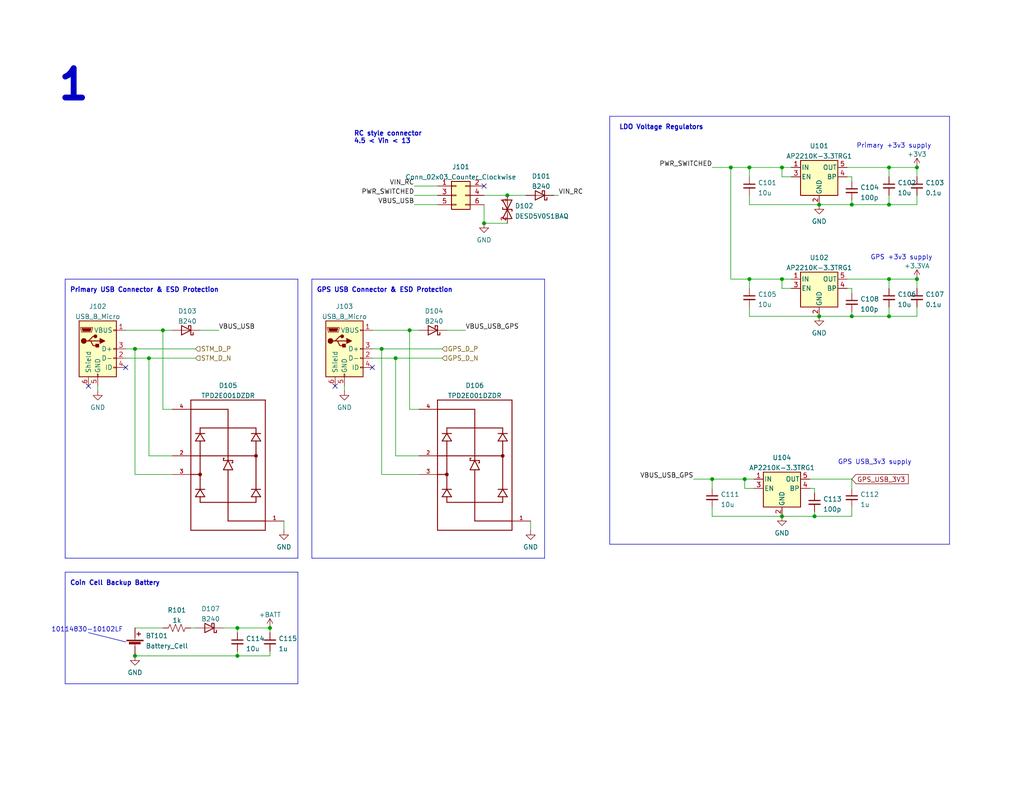
<source format=kicad_sch>
(kicad_sch (version 20230121) (generator eeschema)
  (paper "USLetter")
  (title_block (title "USB & Power") (date "2023-02-01") (rev "1") (company "UM NCPA") (comment 1 "Charlie Gilliland"))
  (lib_symbols
    (symbol "Connector:USB_B_Micro" (pin_names (offset 1.016))
      (property "Reference" "J" (at -5.08 11.43 0))
      (property "Value" "USB_B_Micro" (at -5.08 8.89 0))
      (symbol "USB_B_Micro_0_1"
        (rectangle (start -5.08 -7.62) (end 5.08 7.62) (stroke (width 0.254)) (fill (type background)))
        (circle (center -3.81 2.159) (radius 0.635) (stroke (width 0.254)) (fill (type outline)))
        (circle (center -0.635 3.429) (radius 0.381) (stroke (width 0.254)) (fill (type outline)))
        (rectangle (start -0.127 -7.62) (end 0.127 -6.858))
        (polyline (pts (xy -1.905 2.159) (xy 0.635 2.159)) (stroke (width 0.254)))
        (polyline (pts (xy -3.175 2.159) (xy -2.54 2.159) (xy -1.27 3.429) (xy -0.635 3.429)) (stroke (width 0.254)))
        (polyline (pts (xy -2.54 2.159) (xy -1.905 2.159) (xy -1.27 0.889) (xy 0 0.889)) (stroke (width 0.254)))
        (polyline (pts (xy 0.635 2.794) (xy 0.635 1.524) (xy 1.905 2.159) (xy 0.635 2.794)) (stroke (width 0.254)) (fill (type outline)))
        (polyline (pts (xy -4.318 5.588) (xy -1.778 5.588) (xy -2.032 4.826) (xy -4.064 4.826) (xy -4.318 5.588)) (fill (type outline)))
        (polyline (pts (xy -4.699 5.842) (xy -4.699 5.588) (xy -4.445 4.826) (xy -4.445 4.572) (xy -1.651 4.572) (xy -1.651 4.826) (xy -1.397 5.588) (xy -1.397 5.842) (xy -4.699 5.842)))
        (rectangle (start 0.254 1.27) (end -0.508 0.508) (stroke (width 0.254)) (fill (type outline)))
        (rectangle (start 5.08 -5.207) (end 4.318 -4.953))
        (rectangle (start 5.08 -2.667) (end 4.318 -2.413))
        (rectangle (start 5.08 -0.127) (end 4.318 0.127))
        (rectangle (start 5.08 4.953) (end 4.318 5.207))
      )
      (symbol "USB_B_Micro_1_1"
        (pin power_out line (at 7.62 5.08 180) (length 2.54) (name "VBUS") (number "1"))
        (pin bidirectional line (at 7.62 -2.54 180) (length 2.54) (name "D-") (number "2"))
        (pin bidirectional line (at 7.62 0 180) (length 2.54) (name "D+") (number "3"))
        (pin passive line (at 7.62 -5.08 180) (length 2.54) (name "ID") (number "4"))
        (pin power_out line (at 0 -10.16 90) (length 2.54) (name "GND") (number "5"))
        (pin passive line (at -2.54 -10.16 90) (length 2.54) (name "Shield") (number "6"))
      )
    )
    (symbol "Connector_Generic:Conn_02x03_Odd_Even" (pin_names (offset 1.016) hide)
      (property "Reference" "J" (at 1.27 5.08 0))
      (property "Value" "Conn_02x03_Odd_Even" (at 1.27 -5.08 0))
      (symbol "Conn_02x03_Odd_Even_1_1"
        (rectangle (start -1.27 -2.413) (end 0 -2.667) (stroke (width 0.1524)))
        (rectangle (start -1.27 0.127) (end 0 -0.127) (stroke (width 0.1524)))
        (rectangle (start -1.27 2.667) (end 0 2.413) (stroke (width 0.1524)))
        (rectangle (start -1.27 3.81) (end 3.81 -3.81) (stroke (width 0.254)) (fill (type background)))
        (rectangle (start 3.81 -2.413) (end 2.54 -2.667) (stroke (width 0.1524)))
        (rectangle (start 3.81 0.127) (end 2.54 -0.127) (stroke (width 0.1524)))
        (rectangle (start 3.81 2.667) (end 2.54 2.413) (stroke (width 0.1524)))
        (pin passive line (at -5.08 2.54 0) (length 3.81) (name "Pin_1") (number "1"))
        (pin passive line (at 7.62 2.54 180) (length 3.81) (name "Pin_2") (number "2"))
        (pin passive line (at -5.08 0 0) (length 3.81) (name "Pin_3") (number "3"))
        (pin passive line (at 7.62 0 180) (length 3.81) (name "Pin_4") (number "4"))
        (pin passive line (at -5.08 -2.54 0) (length 3.81) (name "Pin_5") (number "5"))
        (pin passive line (at 7.62 -2.54 180) (length 3.81) (name "Pin_6") (number "6"))
      )
    )
    (symbol "Device:Battery_Cell" (pin_numbers hide) (pin_names (offset 0) hide)
      (property "Reference" "BT" (at 2.54 2.54 0))
      (property "Value" "Battery_Cell" (at 2.54 0 0))
      (symbol "Battery_Cell_0_1"
        (rectangle (start -2.286 1.778) (end 2.286 1.524) (fill (type outline)))
        (rectangle (start -1.5748 1.1938) (end 1.4732 0.6858) (fill (type outline)))
        (polyline (pts (xy 0 0.762) (xy 0 0)))
        (polyline (pts (xy 0 1.778) (xy 0 2.54)))
        (polyline (pts (xy 0.508 3.429) (xy 1.524 3.429)) (stroke (width 0.254)))
        (polyline (pts (xy 1.016 3.937) (xy 1.016 2.921)) (stroke (width 0.254)))
      )
      (symbol "Battery_Cell_1_1"
        (pin passive line (at 0 5.08 270) (length 2.54) (name "+") (number "1"))
        (pin passive line (at 0 -2.54 90) (length 2.54) (name "-") (number "2"))
      )
    )
    (symbol "Device:C_Small" (pin_numbers hide) (pin_names (offset 0.254) hide)
      (property "Reference" "C" (at 0.254 1.778 0))
      (property "Value" "C_Small" (at 0.254 -2.032 0))
      (symbol "C_Small_0_1"
        (polyline (pts (xy -1.524 -0.508) (xy 1.524 -0.508)) (stroke (width 0.3302)))
        (polyline (pts (xy -1.524 0.508) (xy 1.524 0.508)) (stroke (width 0.3048)))
      )
      (symbol "C_Small_1_1"
        (pin passive line (at 0 2.54 270) (length 2.032) (name "~") (number "1"))
        (pin passive line (at 0 -2.54 90) (length 2.032) (name "~") (number "2"))
      )
    )
    (symbol "Device:D_TVS" (pin_names (offset 1.016) hide)
      (property "Reference" "D" (at 0 2.54 0))
      (property "Value" "D_TVS" (at 0 -2.54 0))
      (symbol "D_TVS_0_1"
        (polyline (pts (xy 1.27 0) (xy -1.27 0)))
        (polyline (pts (xy 0.508 1.27) (xy 0 1.27) (xy 0 -1.27) (xy -0.508 -1.27)) (stroke (width 0.254)))
        (polyline (pts (xy -2.54 1.27) (xy -2.54 -1.27) (xy 2.54 1.27) (xy 2.54 -1.27) (xy -2.54 1.27)) (stroke (width 0.254)))
      )
      (symbol "D_TVS_1_1"
        (pin passive line (at -3.81 0 0) (length 2.54) (name "A1") (number "1"))
        (pin passive line (at 3.81 0 180) (length 2.54) (name "A2") (number "2"))
      )
    )
    (symbol "Device:R_US" (pin_numbers hide) (pin_names (offset 0))
      (property "Reference" "R" (at 2.54 0 90))
      (property "Value" "R_US" (at -2.54 0 90))
      (symbol "R_US_0_1"
        (polyline (pts (xy 0 -2.286) (xy 0 -2.54)))
        (polyline (pts (xy 0 2.286) (xy 0 2.54)))
        (polyline (pts (xy 0 -0.762) (xy 1.016 -1.143) (xy 0 -1.524) (xy -1.016 -1.905) (xy 0 -2.286)))
        (polyline (pts (xy 0 0.762) (xy 1.016 0.381) (xy 0 0) (xy -1.016 -0.381) (xy 0 -0.762)))
        (polyline (pts (xy 0 2.286) (xy 1.016 1.905) (xy 0 1.524) (xy -1.016 1.143) (xy 0 0.762)))
      )
      (symbol "R_US_1_1"
        (pin passive line (at 0 3.81 270) (length 1.27) (name "~") (number "1"))
        (pin passive line (at 0 -3.81 90) (length 1.27) (name "~") (number "2"))
      )
    )
    (symbol "Diode:B240" (pin_numbers hide) (pin_names (offset 1.016) hide)
      (property "Reference" "D" (at 0 2.54 0))
      (property "Value" "B240" (at 0 -2.54 0))
      (symbol "B240_0_1"
        (polyline (pts (xy 1.27 0) (xy -1.27 0)))
        (polyline (pts (xy 1.27 1.27) (xy 1.27 -1.27) (xy -1.27 0) (xy 1.27 1.27)) (stroke (width 0.254)))
        (polyline (pts (xy -1.905 0.635) (xy -1.905 1.27) (xy -1.27 1.27) (xy -1.27 -1.27) (xy -0.635 -1.27) (xy -0.635 -0.635)) (stroke (width 0.254)))
      )
      (symbol "B240_1_1"
        (pin passive line (at -3.81 0 0) (length 2.54) (name "K") (number "1"))
        (pin passive line (at 3.81 0 180) (length 2.54) (name "A") (number "2"))
      )
    )
    (symbol "Regulator_Linear:TPS79333-EP" (pin_names (offset 0.254))
      (property "Reference" "U" (at -3.81 5.715 0))
      (property "Value" "TPS79333-EP" (at 0 5.715 0))
      (symbol "TPS79333-EP_1_1"
        (rectangle (start 5.08 -5.08) (end -5.08 4.445) (stroke (width 0.254)) (fill (type background)))
        (pin power_in line (at -7.62 2.54 0) (length 2.54) (name "IN") (number "1"))
        (pin power_in line (at 0 -7.62 90) (length 2.54) (name "GND") (number "2"))
        (pin input line (at -7.62 0 0) (length 2.54) (name "EN") (number "3"))
        (pin bidirectional line (at 7.62 0 180) (length 2.54) (name "BP") (number "4"))
        (pin power_out line (at 7.62 2.54 180) (length 2.54) (name "OUT") (number "5"))
      )
    )
    (symbol "TPD2E001DZDR:TPD2E001DZDR" (pin_names (offset 1.016) hide)
      (property "Reference" "D" (at -10.16 18.288 0))
      (property "Value" "TPD2E001DZDR" (at -10.16 -20.32 0))
      (symbol "TPD2E001DZDR_0_0"
        (circle (center -7.62 -2.54) (radius 0.254) (stroke (width 0.508)))
        (polyline (pts (xy -10.16 -17.78) (xy 10.16 -17.78)) (stroke (width 0.254)))
        (polyline (pts (xy -10.16 -2.54) (xy -10.16 -17.78)) (stroke (width 0.254)))
        (polyline (pts (xy -10.16 2.54) (xy -10.16 -2.54)) (stroke (width 0.254)))
        (polyline (pts (xy -10.16 15.24) (xy -10.16 2.54)) (stroke (width 0.254)))
        (polyline (pts (xy -10.16 17.78) (xy -10.16 15.24)) (stroke (width 0.254)))
        (polyline (pts (xy -8.89 -8.636) (xy -7.62 -8.636)) (stroke (width 0.254)))
        (polyline (pts (xy -8.89 -6.604) (xy -7.62 -6.604)) (stroke (width 0.254)))
        (polyline (pts (xy -8.89 6.604) (xy -7.62 6.604)) (stroke (width 0.254)))
        (polyline (pts (xy -8.89 8.636) (xy -7.62 8.636)) (stroke (width 0.254)))
        (polyline (pts (xy -7.62 -10.16) (xy -7.62 -8.636)) (stroke (width 0.254)))
        (polyline (pts (xy -7.62 -10.16) (xy 0 -10.16)) (stroke (width 0.254)))
        (polyline (pts (xy -7.62 -8.636) (xy -6.35 -8.636)) (stroke (width 0.254)))
        (polyline (pts (xy -7.62 -6.604) (xy -8.89 -8.636)) (stroke (width 0.254)))
        (polyline (pts (xy -7.62 -6.604) (xy -6.35 -6.604)) (stroke (width 0.254)))
        (polyline (pts (xy -7.62 -2.54) (xy -10.16 -2.54)) (stroke (width 0.254)))
        (polyline (pts (xy -7.62 -2.54) (xy -7.62 -6.604)) (stroke (width 0.254)))
        (polyline (pts (xy -7.62 6.604) (xy -7.62 -2.54)) (stroke (width 0.254)))
        (polyline (pts (xy -7.62 6.604) (xy -6.35 6.604)) (stroke (width 0.254)))
        (polyline (pts (xy -7.62 8.636) (xy -8.89 6.604)) (stroke (width 0.254)))
        (polyline (pts (xy -7.62 8.636) (xy -7.62 10.16)) (stroke (width 0.254)))
        (polyline (pts (xy -7.62 8.636) (xy -6.35 8.636)) (stroke (width 0.254)))
        (polyline (pts (xy -7.62 10.16) (xy 0 10.16)) (stroke (width 0.254)))
        (polyline (pts (xy -6.35 -8.636) (xy -7.62 -6.604)) (stroke (width 0.254)))
        (polyline (pts (xy -6.35 6.604) (xy -7.62 8.636)) (stroke (width 0.254)))
        (polyline (pts (xy -1.27 -1.27) (xy 0 -1.27)) (stroke (width 0.254)))
        (polyline (pts (xy -1.27 1.27) (xy 0 1.27)) (stroke (width 0.254)))
        (polyline (pts (xy -1.27 1.905) (xy -1.27 1.27)) (stroke (width 0.254)))
        (polyline (pts (xy -1.27 1.905) (xy -1.016 1.905)) (stroke (width 0.254)))
        (polyline (pts (xy 0 -15.24) (xy 10.16 -15.24)) (stroke (width 0.254)))
        (polyline (pts (xy 0 -10.16) (xy 0 -15.24)) (stroke (width 0.254)))
        (polyline (pts (xy 0 -10.16) (xy 7.62 -10.16)) (stroke (width 0.254)))
        (polyline (pts (xy 0 -1.27) (xy 0 -10.16)) (stroke (width 0.254)))
        (polyline (pts (xy 0 -1.27) (xy 1.27 -1.27)) (stroke (width 0.254)))
        (polyline (pts (xy 0 1.27) (xy -1.27 -1.27)) (stroke (width 0.254)))
        (polyline (pts (xy 0 1.27) (xy 0 10.16)) (stroke (width 0.254)))
        (polyline (pts (xy 0 1.27) (xy 1.27 1.27)) (stroke (width 0.254)))
        (polyline (pts (xy 0 10.16) (xy 0 15.24)) (stroke (width 0.254)))
        (polyline (pts (xy 0 10.16) (xy 7.62 10.16)) (stroke (width 0.254)))
        (polyline (pts (xy 0 15.24) (xy -10.16 15.24)) (stroke (width 0.254)))
        (polyline (pts (xy 1.016 0.635) (xy 1.27 0.635)) (stroke (width 0.254)))
        (polyline (pts (xy 1.27 -1.27) (xy 0 1.27)) (stroke (width 0.254)))
        (polyline (pts (xy 1.27 1.27) (xy 1.27 0.635)) (stroke (width 0.254)))
        (polyline (pts (xy 6.35 -8.636) (xy 7.62 -8.636)) (stroke (width 0.254)))
        (polyline (pts (xy 6.35 -6.604) (xy 7.62 -6.604)) (stroke (width 0.254)))
        (polyline (pts (xy 6.35 6.604) (xy 7.62 6.604)) (stroke (width 0.254)))
        (polyline (pts (xy 6.35 8.636) (xy 7.62 8.636)) (stroke (width 0.254)))
        (polyline (pts (xy 7.62 -10.16) (xy 7.62 -8.636)) (stroke (width 0.254)))
        (polyline (pts (xy 7.62 -8.636) (xy 8.89 -8.636)) (stroke (width 0.254)))
        (polyline (pts (xy 7.62 -6.604) (xy 6.35 -8.636)) (stroke (width 0.254)))
        (polyline (pts (xy 7.62 -6.604) (xy 7.62 2.54)) (stroke (width 0.254)))
        (polyline (pts (xy 7.62 -6.604) (xy 8.89 -6.604)) (stroke (width 0.254)))
        (polyline (pts (xy 7.62 2.54) (xy -10.16 2.54)) (stroke (width 0.254)))
        (polyline (pts (xy 7.62 2.54) (xy 7.62 6.604)) (stroke (width 0.254)))
        (polyline (pts (xy 7.62 6.604) (xy 8.89 6.604)) (stroke (width 0.254)))
        (polyline (pts (xy 7.62 8.636) (xy 6.35 6.604)) (stroke (width 0.254)))
        (polyline (pts (xy 7.62 8.636) (xy 7.62 10.16)) (stroke (width 0.254)))
        (polyline (pts (xy 7.62 8.636) (xy 8.89 8.636)) (stroke (width 0.254)))
        (polyline (pts (xy 8.89 -8.636) (xy 7.62 -6.604)) (stroke (width 0.254)))
        (polyline (pts (xy 8.89 6.604) (xy 7.62 8.636)) (stroke (width 0.254)))
        (polyline (pts (xy 10.16 -17.78) (xy 10.16 -15.24)) (stroke (width 0.254)))
        (polyline (pts (xy 10.16 -15.24) (xy 10.16 17.78)) (stroke (width 0.254)))
        (polyline (pts (xy 10.16 17.78) (xy -10.16 17.78)) (stroke (width 0.254)))
        (circle (center 7.62 2.54) (radius 0.254) (stroke (width 0.508)))
        (pin power_in line (at 15.24 -15.24 180) (length 5.08) (name "~") (number "1"))
        (pin bidirectional line (at -15.24 2.54 0) (length 5.08) (name "~") (number "2"))
        (pin bidirectional line (at -15.24 -2.54 0) (length 5.08) (name "~") (number "3"))
        (pin power_in line (at -15.24 15.24 0) (length 5.08) (name "~") (number "4"))
      )
    )
    (symbol "power:+3.3VA" (power) (pin_names (offset 0))
      (property "Value" "+3.3VA" (at 0 3.556 0))
      (symbol "+3.3VA_0_1"
        (polyline (pts (xy -0.762 1.27) (xy 0 2.54)))
        (polyline (pts (xy 0 0) (xy 0 2.54)))
        (polyline (pts (xy 0 2.54) (xy 0.762 1.27)))
      )
      (symbol "+3.3VA_1_1"
        (pin power_in line (at 0 0 90) (length 0) hide (name "+3.3VA") (number "1"))
      )
    )
    (symbol "power:+3V3" (power) (pin_names (offset 0))
      (property "Value" "+3V3" (at 0 3.556 0))
      (symbol "+3V3_0_1"
        (polyline (pts (xy -0.762 1.27) (xy 0 2.54)))
        (polyline (pts (xy 0 0) (xy 0 2.54)))
        (polyline (pts (xy 0 2.54) (xy 0.762 1.27)))
      )
      (symbol "+3V3_1_1"
        (pin power_in line (at 0 0 90) (length 0) hide (name "+3V3") (number "1"))
      )
    )
    (symbol "power:+BATT" (power) (pin_names (offset 0))
      (property "Value" "+BATT" (at 0 3.556 0))
      (symbol "+BATT_0_1"
        (polyline (pts (xy -0.762 1.27) (xy 0 2.54)))
        (polyline (pts (xy 0 0) (xy 0 2.54)))
        (polyline (pts (xy 0 2.54) (xy 0.762 1.27)))
      )
      (symbol "+BATT_1_1"
        (pin power_in line (at 0 0 90) (length 0) hide (name "+BATT") (number "1"))
      )
    )
    (symbol "power:GND" (power) (pin_names (offset 0))
      (property "Value" "GND" (at 0 -3.81 0))
      (symbol "GND_0_1"
        (polyline (pts (xy 0 0) (xy 0 -1.27) (xy 1.27 -1.27) (xy 0 -2.54) (xy -1.27 -1.27) (xy 0 -1.27)))
      )
      (symbol "GND_1_1"
        (pin power_in line (at 0 0 270) (length 0) hide (name "GND") (number "1"))
      )
    )
  )
  (junction (at 204.47 45.72))
  (junction (at 104.14 95.25))
  (junction (at 242.57 76.2))
  (junction (at 111.76 90.17))
  (junction (at 107.95 97.79))
  (junction (at 36.83 179.07))
  (junction (at 213.36 45.72))
  (junction (at 232.41 55.88))
  (junction (at 64.77 179.07))
  (junction (at 242.57 86.36))
  (junction (at 44.45 90.17))
  (junction (at 232.41 86.36))
  (junction (at 222.25 140.97))
  (junction (at 40.64 97.79))
  (junction (at 242.57 55.88))
  (junction (at 64.77 171.45))
  (junction (at 213.36 140.97))
  (junction (at 73.66 171.45))
  (junction (at 194.31 130.81))
  (junction (at 132.08 60.96))
  (junction (at 204.47 76.2))
  (junction (at 250.19 76.2))
  (junction (at 213.36 76.2))
  (junction (at 242.57 45.72))
  (junction (at 138.43 53.34))
  (junction (at 223.52 86.36))
  (junction (at 203.2 130.81))
  (junction (at 199.39 45.72))
  (junction (at 250.19 45.72))
  (junction (at 36.83 95.25))
  (junction (at 223.52 55.88))
  (no_connect (at 132.08 50.8))
  (no_connect (at 101.6 100.33))
  (no_connect (at 34.29 100.33))
  (no_connect (at 24.13 105.41))
  (no_connect (at 91.44 105.41))
  (wire (pts (xy 250.19 53.34) (xy 250.19 55.88)))
  (wire (pts (xy 204.47 45.72) (xy 213.36 45.72)))
  (wire (pts (xy 113.03 55.88) (xy 119.38 55.88)))
  (wire (pts (xy 232.41 133.35) (xy 232.41 130.81)))
  (wire (pts (xy 213.36 45.72) (xy 215.9 45.72)))
  (wire (pts (xy 119.38 53.34) (xy 113.03 53.34)))
  (wire (pts (xy 222.25 133.35) (xy 222.25 134.62)))
  (wire (pts (xy 36.83 129.54) (xy 46.99 129.54)))
  (polyline (pts (xy 17.78 76.2) (xy 17.78 152.4)))
  (polyline (pts (xy 85.09 76.2) (xy 85.09 152.4)))
  (wire (pts (xy 242.57 83.82) (xy 242.57 86.36)))
  (polyline (pts (xy 17.78 156.21) (xy 81.28 156.21)))
  (wire (pts (xy 215.9 78.74) (xy 213.36 78.74)))
  (wire (pts (xy 231.14 78.74) (xy 232.41 78.74)))
  (wire (pts (xy 194.31 45.72) (xy 199.39 45.72)))
  (wire (pts (xy 104.14 129.54) (xy 104.14 95.25)))
  (wire (pts (xy 199.39 45.72) (xy 199.39 76.2)))
  (wire (pts (xy 64.77 171.45) (xy 64.77 172.72)))
  (wire (pts (xy 242.57 55.88) (xy 232.41 55.88)))
  (polyline (pts (xy 166.37 31.75) (xy 259.08 31.75)))
  (wire (pts (xy 60.96 171.45) (xy 64.77 171.45)))
  (polyline (pts (xy 81.28 152.4) (xy 81.28 76.2)))
  (polyline (pts (xy 81.28 186.69) (xy 81.28 156.21)))
  (wire (pts (xy 223.52 55.88) (xy 232.41 55.88)))
  (polyline (pts (xy 85.09 152.4) (xy 148.59 152.4)))
  (wire (pts (xy 199.39 45.72) (xy 204.47 45.72)))
  (wire (pts (xy 104.14 95.25) (xy 120.65 95.25)))
  (wire (pts (xy 215.9 48.26) (xy 213.36 48.26)))
  (wire (pts (xy 232.41 55.88) (xy 232.41 54.61)))
  (wire (pts (xy 204.47 86.36) (xy 223.52 86.36)))
  (wire (pts (xy 34.29 95.25) (xy 36.83 95.25)))
  (wire (pts (xy 73.66 179.07) (xy 73.66 177.8)))
  (wire (pts (xy 40.64 97.79) (xy 53.34 97.79)))
  (wire (pts (xy 111.76 111.76) (xy 111.76 90.17)))
  (wire (pts (xy 138.43 60.96) (xy 132.08 60.96)))
  (wire (pts (xy 77.47 142.24) (xy 77.47 144.78)))
  (wire (pts (xy 132.08 53.34) (xy 138.43 53.34)))
  (wire (pts (xy 44.45 90.17) (xy 46.99 90.17)))
  (wire (pts (xy 113.03 50.8) (xy 119.38 50.8)))
  (wire (pts (xy 101.6 95.25) (xy 104.14 95.25)))
  (wire (pts (xy 40.64 124.46) (xy 40.64 97.79)))
  (wire (pts (xy 204.47 48.26) (xy 204.47 45.72)))
  (polyline (pts (xy 17.78 152.4) (xy 81.28 152.4)))
  (wire (pts (xy 34.29 90.17) (xy 44.45 90.17)))
  (wire (pts (xy 107.95 124.46) (xy 107.95 97.79)))
  (wire (pts (xy 46.99 124.46) (xy 40.64 124.46)))
  (wire (pts (xy 64.77 179.07) (xy 73.66 179.07)))
  (wire (pts (xy 213.36 48.26) (xy 213.36 45.72)))
  (wire (pts (xy 34.29 97.79) (xy 40.64 97.79)))
  (wire (pts (xy 46.99 111.76) (xy 44.45 111.76)))
  (wire (pts (xy 54.61 90.17) (xy 59.69 90.17)))
  (polyline (pts (xy 259.08 148.59) (xy 166.37 148.59)))
  (wire (pts (xy 189.23 130.81) (xy 194.31 130.81)))
  (wire (pts (xy 220.98 133.35) (xy 222.25 133.35)))
  (wire (pts (xy 250.19 78.74) (xy 250.19 76.2)))
  (polyline (pts (xy 148.59 152.4) (xy 148.59 76.2)))
  (polyline (pts (xy 17.78 186.69) (xy 81.28 186.69)))
  (wire (pts (xy 213.36 140.97) (xy 222.25 140.97)))
  (polyline (pts (xy 24.13 172.72) (xy 34.29 175.26)))
  (wire (pts (xy 114.3 124.46) (xy 107.95 124.46)))
  (wire (pts (xy 204.47 76.2) (xy 213.36 76.2)))
  (polyline (pts (xy 17.78 156.21) (xy 17.78 186.69)))
  (wire (pts (xy 242.57 48.26) (xy 242.57 45.72)))
  (wire (pts (xy 101.6 90.17) (xy 111.76 90.17)))
  (wire (pts (xy 64.77 171.45) (xy 73.66 171.45)))
  (wire (pts (xy 101.6 97.79) (xy 107.95 97.79)))
  (polyline (pts (xy 85.09 76.2) (xy 148.59 76.2)))
  (wire (pts (xy 250.19 83.82) (xy 250.19 86.36)))
  (wire (pts (xy 194.31 130.81) (xy 203.2 130.81)))
  (wire (pts (xy 64.77 179.07) (xy 36.83 179.07)))
  (wire (pts (xy 250.19 55.88) (xy 242.57 55.88)))
  (wire (pts (xy 232.41 48.26) (xy 232.41 49.53)))
  (wire (pts (xy 205.74 133.35) (xy 203.2 133.35)))
  (wire (pts (xy 138.43 53.34) (xy 143.51 53.34)))
  (wire (pts (xy 250.19 45.72) (xy 242.57 45.72)))
  (wire (pts (xy 242.57 86.36) (xy 232.41 86.36)))
  (wire (pts (xy 111.76 90.17) (xy 114.3 90.17)))
  (polyline (pts (xy 259.08 31.75) (xy 259.08 148.59)))
  (wire (pts (xy 151.13 53.34) (xy 152.4 53.34)))
  (wire (pts (xy 36.83 95.25) (xy 53.34 95.25)))
  (wire (pts (xy 250.19 48.26) (xy 250.19 45.72)))
  (wire (pts (xy 232.41 78.74) (xy 232.41 80.01)))
  (wire (pts (xy 204.47 53.34) (xy 204.47 55.88)))
  (wire (pts (xy 242.57 78.74) (xy 242.57 76.2)))
  (wire (pts (xy 204.47 83.82) (xy 204.47 86.36)))
  (wire (pts (xy 52.07 171.45) (xy 53.34 171.45)))
  (wire (pts (xy 93.98 106.68) (xy 93.98 105.41)))
  (wire (pts (xy 250.19 86.36) (xy 242.57 86.36)))
  (wire (pts (xy 44.45 111.76) (xy 44.45 90.17)))
  (wire (pts (xy 203.2 130.81) (xy 205.74 130.81)))
  (wire (pts (xy 223.52 86.36) (xy 232.41 86.36)))
  (wire (pts (xy 232.41 130.81) (xy 220.98 130.81)))
  (wire (pts (xy 132.08 55.88) (xy 132.08 60.96)))
  (polyline (pts (xy 166.37 31.75) (xy 166.37 148.59)))
  (wire (pts (xy 250.19 76.2) (xy 242.57 76.2)))
  (wire (pts (xy 121.92 90.17) (xy 127 90.17)))
  (wire (pts (xy 144.78 142.24) (xy 144.78 144.78)))
  (wire (pts (xy 203.2 133.35) (xy 203.2 130.81)))
  (polyline (pts (xy 17.78 76.2) (xy 81.28 76.2)))
  (wire (pts (xy 242.57 53.34) (xy 242.57 55.88)))
  (wire (pts (xy 194.31 140.97) (xy 213.36 140.97)))
  (wire (pts (xy 222.25 140.97) (xy 222.25 139.7)))
  (wire (pts (xy 232.41 86.36) (xy 232.41 85.09)))
  (wire (pts (xy 64.77 177.8) (xy 64.77 179.07)))
  (wire (pts (xy 213.36 76.2) (xy 215.9 76.2)))
  (wire (pts (xy 204.47 78.74) (xy 204.47 76.2)))
  (wire (pts (xy 231.14 48.26) (xy 232.41 48.26)))
  (wire (pts (xy 104.14 129.54) (xy 114.3 129.54)))
  (wire (pts (xy 36.83 171.45) (xy 44.45 171.45)))
  (wire (pts (xy 36.83 129.54) (xy 36.83 95.25)))
  (wire (pts (xy 114.3 111.76) (xy 111.76 111.76)))
  (wire (pts (xy 232.41 138.43) (xy 232.41 140.97)))
  (wire (pts (xy 204.47 55.88) (xy 223.52 55.88)))
  (wire (pts (xy 194.31 138.43) (xy 194.31 140.97)))
  (wire (pts (xy 232.41 140.97) (xy 222.25 140.97)))
  (wire (pts (xy 242.57 45.72) (xy 231.14 45.72)))
  (wire (pts (xy 107.95 97.79) (xy 120.65 97.79)))
  (wire (pts (xy 213.36 78.74) (xy 213.36 76.2)))
  (wire (pts (xy 204.47 76.2) (xy 199.39 76.2)))
  (wire (pts (xy 194.31 133.35) (xy 194.31 130.81)))
  (wire (pts (xy 242.57 76.2) (xy 231.14 76.2)))
  (wire (pts (xy 73.66 171.45) (xy 73.66 172.72)))
  (wire (pts (xy 26.67 106.68) (xy 26.67 105.41)))
  (text "GPS USB Connector & ESD Protection" (at 86.36 80.01 0) (effects (font (size 1.27 1.27) (thickness 0.254) bold) (justify left bottom)))
  (text "RC style connector\n4.5 < Vin < 13" (at 96.52 39.37 0) (effects (font (size 1.27 1.27) (thickness 0.254) bold) (justify left bottom)))
  (text "1" (at 15.24 27.94 0) (effects (font (size 8 8) bold) (justify left bottom)))
  (text "GPS +3v3 supply" (at 237.49 71.12 0) (effects (font (size 1.27 1.27)) (justify left bottom)))
  (text "Coin Cell Backup Battery" (at 19.05 160.02 0) (effects (font (size 1.27 1.27) (thickness 0.254) bold) (justify left bottom)))
  (text "GPS USB_3v3 supply" (at 228.6 127 0) (effects (font (size 1.27 1.27)) (justify left bottom)))
  (text "Primary USB Connector & ESD Protection" (at 19.05 80.01 0) (effects (font (size 1.27 1.27) (thickness 0.254) bold) (justify left bottom)))
  (text "LDO Voltage Regulators" (at 168.91 35.56 0) (effects (font (size 1.27 1.27) (thickness 0.254) bold) (justify left bottom)))
  (text "Primary +3v3 supply" (at 233.68 40.64 0) (effects (font (size 1.27 1.27)) (justify left bottom)))
  (text "10114830-10102LF" (at 13.97 172.72 0) (effects (font (size 1.27 1.27)) (justify left bottom)))
  (label "VBUS_USB_GPS" (at 189.23 130.81 180))
  (label "VBUS_USB_GPS" (at 127 90.17 0))
  (label "VBUS_USB" (at 59.69 90.17 0))
  (label "VIN_RC" (at 152.4 53.34 0))
  (label "VIN_RC" (at 113.03 50.8 180))
  (label "PWR_SWITCHED" (at 113.03 53.34 180))
  (label "PWR_SWITCHED" (at 194.31 45.72 180))
  (label "VBUS_USB" (at 113.03 55.88 180))
  (global_label "GPS_USB_3V3" (shape input) (at 232.41 130.81 0) (property "Intersheetrefs" "${INTERSHEET_REFS}" (effects hide)))
  (hierarchical_label "STM_D_P" (shape input) (at 53.34 95.25 0))
  (hierarchical_label "GPS_D_P" (shape input) (at 120.65 95.25 0))
  (hierarchical_label "GPS_D_N" (shape input) (at 120.65 97.79 0))
  (hierarchical_label "STM_D_N" (shape input) (at 53.34 97.79 0))
  (symbol (lib_id "power:GND") (at 223.52 86.36 0) (unit 1)
    (property "Reference" "#PWR0105" (effects hide))
    (property "Value" "GND" (at 223.52 90.9225 0))
  )
  (symbol (lib_id "Connector:USB_B_Micro") (at 26.67 95.25 0) (unit 1)
    (property "Reference" "J102" (at 26.67 83.6635 0))
    (property "Value" "USB_B_Micro" (at 26.67 86.4386 0))
    (property "Footprint" "Connector_USB:USB_Micro-B_Molex_47346-0001" (effects hide))
  )
  (symbol (lib_id "Device:C_Small") (at 73.66 175.26 0) (unit 1)
    (property "Reference" "C115" (at 75.9841 174.3578 0) (effects (justify left)))
    (property "Value" "1u" (at 75.9841 177.1329 0) (effects (justify left)))
    (property "Footprint" "Capacitor_SMD:C_0402_1005Metric" (effects hide))
  )
  (symbol (lib_id "Regulator_Linear:TPS79333-EP") (at 213.36 133.35 0) (unit 1)
    (property "Reference" "U104" (at 213.36 124.9385 0))
    (property "Value" "AP2210K-3.3TRG1" (at 213.36 127.7136 0))
    (property "Footprint" "Package_TO_SOT_SMD:SOT-23-5" (effects hide))
    (property "Datasheet" "https://www.diodes.com/assets/Datasheets/AP2210.pdf" (effects hide))
  )
  (symbol (lib_id "power:GND") (at 93.98 106.68 0) (unit 1)
    (property "Reference" "#PWR0109" (effects hide))
    (property "Value" "GND" (at 93.98 111.2425 0))
  )
  (symbol (lib_id "power:GND") (at 223.52 55.88 0) (unit 1)
    (property "Reference" "#PWR0102" (effects hide))
    (property "Value" "GND" (at 223.52 60.4425 0))
  )
  (symbol (lib_id "Connector:USB_B_Micro") (at 93.98 95.25 0) (unit 1)
    (property "Reference" "J103" (at 93.98 83.6635 0))
    (property "Value" "USB_B_Micro" (at 93.98 86.4386 0))
    (property "Footprint" "Connector_USB:USB_Micro-B_Molex_47346-0001" (effects hide))
  )
  (symbol (lib_id "Diode:B240") (at 50.8 90.17 180) (unit 1)
    (property "Reference" "D103" (at 51.1175 84.9335 0))
    (property "Value" "B240" (at 51.1175 87.7086 0))
    (property "Footprint" "Diode_SMD:D_SMB" (effects hide))
    (property "Datasheet" "http://www.jameco.com/Jameco/Products/ProdDS/1538777.pdf" (effects hide))
  )
  (symbol (lib_id "TPD2E001DZDR:TPD2E001DZDR") (at 129.54 127 0) (unit 1)
    (property "Reference" "D106" (at 129.54 105.2535 0))
    (property "Value" "TPD2E001DZDR" (at 129.54 108.0286 0))
    (property "Footprint" "TPD2E001DZDR:SOT192P237X122-4N" (effects hide))
    (property "STANDARD" "IPC-7351B" (effects hide))
    (property "SNAPEDA_PACKAGE_ID" "103529" (effects hide))
    (property "MAXIMUM_PACKAGE_HEIGHT" "1.22mm" (effects hide))
    (property "MANUFACTURER" "Texas Instruments" (effects hide))
    (property "PARTREV" "I" (effects hide))
  )
  (symbol (lib_id "power:GND") (at 77.47 144.78 0) (unit 1)
    (property "Reference" "#PWR0112" (effects hide))
    (property "Value" "GND" (at 77.47 149.3425 0))
  )
  (symbol (lib_id "Regulator_Linear:TPS79333-EP") (at 223.52 78.74 0) (unit 1)
    (property "Reference" "U102" (at 223.52 70.3285 0))
    (property "Value" "AP2210K-3.3TRG1" (at 223.52 73.1036 0))
    (property "Footprint" "Package_TO_SOT_SMD:SOT-23-5" (effects hide))
    (property "Datasheet" "https://www.diodes.com/assets/Datasheets/AP2210.pdf" (effects hide))
  )
  (symbol (lib_id "Device:C_Small") (at 204.47 50.8 0) (unit 1)
    (property "Reference" "C101" (at 206.7941 49.8978 0) (effects (justify left)))
    (property "Value" "10u" (at 206.7941 52.6729 0) (effects (justify left)))
    (property "Footprint" "Capacitor_SMD:C_0805_2012Metric" (effects hide))
  )
  (symbol (lib_id "power:GND") (at 213.36 140.97 0) (unit 1)
    (property "Reference" "#PWR0111" (effects hide))
    (property "Value" "GND" (at 213.36 145.5325 0))
  )
  (symbol (lib_id "TPD2E001DZDR:TPD2E001DZDR") (at 62.23 127 0) (unit 1)
    (property "Reference" "D105" (at 62.23 105.2535 0))
    (property "Value" "TPD2E001DZDR" (at 62.23 108.0286 0))
    (property "Footprint" "TPD2E001DZDR:SOT192P237X122-4N" (effects hide))
    (property "STANDARD" "IPC-7351B" (effects hide))
    (property "SNAPEDA_PACKAGE_ID" "103529" (effects hide))
    (property "MAXIMUM_PACKAGE_HEIGHT" "1.22mm" (effects hide))
    (property "MANUFACTURER" "Texas Instruments" (effects hide))
    (property "PARTREV" "I" (effects hide))
  )
  (symbol (lib_id "Device:C_Small") (at 204.47 81.28 0) (unit 1)
    (property "Reference" "C105" (at 206.7941 80.3778 0) (effects (justify left)))
    (property "Value" "10u" (at 206.7941 83.1529 0) (effects (justify left)))
    (property "Footprint" "Capacitor_SMD:C_0805_2012Metric" (effects hide))
  )
  (symbol (lib_id "power:+3.3VA") (at 250.19 76.2 0) (unit 1)
    (property "Reference" "#PWR0104" (effects hide))
    (property "Value" "+3.3VA" (at 250.19 72.5955 0))
  )
  (symbol (lib_id "power:GND") (at 26.67 106.68 0) (unit 1)
    (property "Reference" "#PWR0108" (effects hide))
    (property "Value" "GND" (at 26.67 111.2425 0))
  )
  (symbol (lib_id "Device:C_Small") (at 232.41 135.89 0) (unit 1)
    (property "Reference" "C112" (at 234.7341 134.9878 0) (effects (justify left)))
    (property "Value" "1u" (at 234.7341 137.7629 0) (effects (justify left)))
    (property "Footprint" "Capacitor_SMD:C_0402_1005Metric" (effects hide))
  )
  (symbol (lib_id "power:+3V3") (at 250.19 45.72 0) (unit 1)
    (property "Reference" "#PWR0101" (effects hide))
    (property "Value" "+3V3" (at 250.19 42.1155 0))
  )
  (symbol (lib_id "power:+BATT") (at 73.66 171.45 0) (unit 1)
    (property "Reference" "#PWR0114" (effects hide))
    (property "Value" "+BATT" (at 73.66 167.8455 0))
  )
  (symbol (lib_id "Connector_Generic:Conn_02x03_Odd_Even") (at 124.46 53.34 0) (unit 1)
    (property "Reference" "J101" (at 125.73 45.5635 0))
    (property "Value" "Conn_02x03_Counter_Clockwise" (at 125.73 48.3386 0))
    (property "Footprint" "Connector_PinHeader_2.54mm:PinHeader_2x03_P2.54mm_Vertical" (effects hide))
  )
  (symbol (lib_id "Device:C_Small") (at 250.19 81.28 0) (unit 1)
    (property "Reference" "C107" (at 252.5141 80.3778 0) (effects (justify left)))
    (property "Value" "0.1u" (at 252.5141 83.1529 0) (effects (justify left)))
    (property "Footprint" "Capacitor_SMD:C_0402_1005Metric" (effects hide))
  )
  (symbol (lib_id "Device:Battery_Cell") (at 36.83 176.53 0) (unit 1)
    (property "Reference" "BT101" (at 39.751 173.5895 0) (effects (justify left)))
    (property "Value" "Battery_Cell" (at 39.751 176.3646 0) (effects (justify left)))
    (property "Footprint" "Connector_Amphenol:Amphenol_10114830-10102LF" (effects hide))
  )
  (symbol (lib_id "Device:C_Small") (at 222.25 137.16 0) (unit 1)
    (property "Reference" "C113" (at 224.5741 136.2578 0) (effects (justify left)))
    (property "Value" "100p" (at 224.5741 139.0329 0) (effects (justify left)))
    (property "Footprint" "Capacitor_SMD:C_0402_1005Metric" (effects hide))
  )
  (symbol (lib_id "Device:C_Small") (at 242.57 81.28 0) (unit 1)
    (property "Reference" "C106" (at 244.8941 80.3778 0) (effects (justify left)))
    (property "Value" "10u" (at 244.8941 83.1529 0) (effects (justify left)))
    (property "Footprint" "Capacitor_SMD:C_0805_2012Metric" (effects hide))
  )
  (symbol (lib_id "Device:D_TVS") (at 138.43 57.15 270) (unit 1)
    (property "Reference" "D102" (at 140.462 56.2415 90) (effects (justify left)))
    (property "Value" "DESD5V0S1BAQ" (at 140.462 59.0166 90) (effects (justify left)))
    (property "Footprint" "Diode_SMD:D_SOD-323" (effects hide))
  )
  (symbol (lib_id "Device:C_Small") (at 232.41 82.55 0) (unit 1)
    (property "Reference" "C108" (at 234.7341 81.6478 0) (effects (justify left)))
    (property "Value" "100p" (at 234.7341 84.4229 0) (effects (justify left)))
    (property "Footprint" "Capacitor_SMD:C_0402_1005Metric" (effects hide))
  )
  (symbol (lib_id "Device:C_Small") (at 242.57 50.8 0) (unit 1)
    (property "Reference" "C102" (at 244.8941 49.8978 0) (effects (justify left)))
    (property "Value" "10u" (at 244.8941 52.6729 0) (effects (justify left)))
    (property "Footprint" "Capacitor_SMD:C_0805_2012Metric" (effects hide))
  )
  (symbol (lib_id "Device:C_Small") (at 250.19 50.8 0) (unit 1)
    (property "Reference" "C103" (at 252.5141 49.8978 0) (effects (justify left)))
    (property "Value" "0.1u" (at 252.5141 52.6729 0) (effects (justify left)))
    (property "Footprint" "Capacitor_SMD:C_0402_1005Metric" (effects hide))
  )
  (symbol (lib_id "Diode:B240") (at 57.15 171.45 180) (unit 1)
    (property "Reference" "D107" (at 57.4675 166.2135 0))
    (property "Value" "B240" (at 57.4675 168.9886 0))
    (property "Footprint" "Diode_SMD:D_SMB" (effects hide))
    (property "Datasheet" "http://www.jameco.com/Jameco/Products/ProdDS/1538777.pdf" (effects hide))
  )
  (symbol (lib_id "power:GND") (at 132.08 60.96 0) (mirror y) (unit 1)
    (property "Reference" "#PWR0103" (effects hide))
    (property "Value" "GND" (at 132.08 65.5225 0))
  )
  (symbol (lib_id "Device:C_Small") (at 232.41 52.07 0) (unit 1)
    (property "Reference" "C104" (at 234.7341 51.1678 0) (effects (justify left)))
    (property "Value" "100p" (at 234.7341 53.9429 0) (effects (justify left)))
    (property "Footprint" "Capacitor_SMD:C_0402_1005Metric" (effects hide))
  )
  (symbol (lib_id "power:GND") (at 36.83 179.07 0) (unit 1)
    (property "Reference" "#PWR0115" (effects hide))
    (property "Value" "GND" (at 36.83 183.6325 0))
  )
  (symbol (lib_id "power:GND") (at 144.78 144.78 0) (unit 1)
    (property "Reference" "#PWR0113" (effects hide))
    (property "Value" "GND" (at 144.78 149.3425 0))
  )
  (symbol (lib_id "Device:C_Small") (at 194.31 135.89 0) (unit 1)
    (property "Reference" "C111" (at 196.6341 134.9878 0) (effects (justify left)))
    (property "Value" "10u" (at 196.6341 137.7629 0) (effects (justify left)))
    (property "Footprint" "Capacitor_SMD:C_0805_2012Metric" (effects hide))
  )
  (symbol (lib_id "Diode:B240") (at 147.32 53.34 180) (unit 1)
    (property "Reference" "D101" (at 147.6375 48.1035 0))
    (property "Value" "B240" (at 147.6375 50.8786 0))
    (property "Footprint" "Diode_SMD:D_SMB" (effects hide))
    (property "Datasheet" "http://www.jameco.com/Jameco/Products/ProdDS/1538777.pdf" (effects hide))
  )
  (symbol (lib_id "Device:R_US") (at 48.26 171.45 90) (unit 1)
    (property "Reference" "R101" (at 48.26 166.5945 90))
    (property "Value" "1k" (at 48.26 169.3696 90))
    (property "Footprint" "Resistor_SMD:R_0402_1005Metric" (effects hide))
  )
  (symbol (lib_id "Device:C_Small") (at 64.77 175.26 0) (unit 1)
    (property "Reference" "C114" (at 67.0941 174.3578 0) (effects (justify left)))
    (property "Value" "10u" (at 67.0941 177.1329 0) (effects (justify left)))
    (property "Footprint" "Capacitor_SMD:C_0805_2012Metric" (effects hide))
  )
  (symbol (lib_id "Regulator_Linear:TPS79333-EP") (at 223.52 48.26 0) (unit 1)
    (property "Reference" "U101" (at 223.52 39.8485 0))
    (property "Value" "AP2210K-3.3TRG1" (at 223.52 42.6236 0))
    (property "Footprint" "Package_TO_SOT_SMD:SOT-23-5" (effects hide))
    (property "Datasheet" "https://www.diodes.com/assets/Datasheets/AP2210.pdf" (effects hide))
  )
  (symbol (lib_id "Diode:B240") (at 118.11 90.17 180) (unit 1)
    (property "Reference" "D104" (at 118.4275 84.9335 0))
    (property "Value" "B240" (at 118.4275 87.7086 0))
    (property "Footprint" "Diode_SMD:D_SMB" (effects hide))
    (property "Datasheet" "http://www.jameco.com/Jameco/Products/ProdDS/1538777.pdf" (effects hide))
  )
)
</source>
